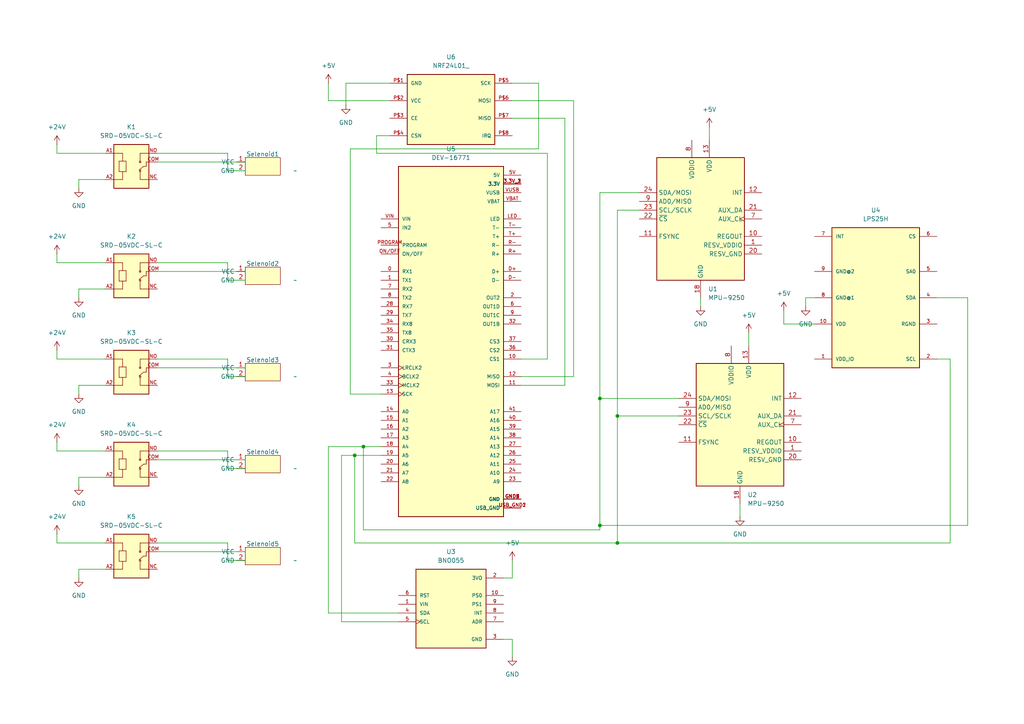
<source format=kicad_sch>
(kicad_sch (version 20231120) (generator "eeschema") (generator_version "8.0")
  (paper "A4")
  (lib_symbols
    (symbol "2472:2472" (pin_names (offset 1.016))
      (property "Reference" "U" (at -10.16 13.208 0))
      (property "Value" "2472" (at -10.16 -12.7 0))
      (symbol "2472_0_0"
        (rectangle (start -10.16 -10.16) (end 10.16 12.7) (stroke (width 0.254)) (fill (type background)))
        (pin input line (at -15.24 2.54 0) (length 5.08) (name "VIN") (number "1"))
        (pin bidirectional line (at 15.24 5.08 180) (length 5.08) (name "PS0") (number "10"))
        (pin power_in line (at 15.24 10.16 180) (length 5.08) (name "3VO") (number "2"))
        (pin power_in line (at 15.24 -7.62 180) (length 5.08) (name "GND") (number "3"))
        (pin bidirectional line (at -15.24 0 0) (length 5.08) (name "SDA") (number "4"))
        (pin input clock (at -15.24 -2.54 0) (length 5.08) (name "SCL") (number "5"))
        (pin input line (at -15.24 5.08 0) (length 5.08) (name "RST") (number "6"))
        (pin passive line (at 15.24 -2.54 180) (length 5.08) (name "ADR") (number "7"))
        (pin output line (at 15.24 0 180) (length 5.08) (name "INT") (number "8"))
        (pin bidirectional line (at 15.24 2.54 180) (length 5.08) (name "PS1") (number "9"))
      )
    )
    (symbol "DEV-16771:DEV-16771" (pin_names (offset 1.016))
      (property "Reference" "U" (at -15.24 52.07 0))
      (property "Value" "DEV-16771" (at -15.24 -53.34 0))
      (symbol "DEV-16771_0_0"
        (rectangle (start -15.24 -50.8) (end 15.24 50.8) (stroke (width 0.254)) (fill (type background)))
        (pin bidirectional line (at -20.32 20.32 0) (length 5.08) (name "RX1") (number "0"))
        (pin bidirectional line (at -20.32 17.78 0) (length 5.08) (name "TX1") (number "1"))
        (pin bidirectional line (at 20.32 -5.08 180) (length 5.08) (name "CS1") (number "10"))
        (pin bidirectional line (at 20.32 -12.7 180) (length 5.08) (name "MOSI") (number "11"))
        (pin bidirectional line (at 20.32 -10.16 180) (length 5.08) (name "MISO") (number "12"))
        (pin bidirectional clock (at -20.32 -15.24 0) (length 5.08) (name "SCK") (number "13"))
        (pin bidirectional line (at -20.32 -20.32 0) (length 5.08) (name "A0") (number "14"))
        (pin bidirectional line (at -20.32 -22.86 0) (length 5.08) (name "A1") (number "15"))
        (pin bidirectional line (at -20.32 -25.4 0) (length 5.08) (name "A2") (number "16"))
        (pin bidirectional line (at -20.32 -27.94 0) (length 5.08) (name "A3") (number "17"))
        (pin bidirectional line (at -20.32 -30.48 0) (length 5.08) (name "A4") (number "18"))
        (pin bidirectional line (at -20.32 -33.02 0) (length 5.08) (name "A5") (number "19"))
        (pin output line (at 20.32 12.7 180) (length 5.08) (name "OUT2") (number "2"))
        (pin bidirectional line (at -20.32 -35.56 0) (length 5.08) (name "A6") (number "20"))
        (pin bidirectional line (at -20.32 -38.1 0) (length 5.08) (name "A7") (number "21"))
        (pin bidirectional line (at -20.32 -40.64 0) (length 5.08) (name "A8") (number "22"))
        (pin bidirectional line (at 20.32 -40.64 180) (length 5.08) (name "A9") (number "23"))
        (pin bidirectional line (at 20.32 -38.1 180) (length 5.08) (name "A10") (number "24"))
        (pin bidirectional line (at 20.32 -35.56 180) (length 5.08) (name "A11") (number "25"))
        (pin bidirectional line (at 20.32 -33.02 180) (length 5.08) (name "A12") (number "26"))
        (pin bidirectional line (at 20.32 -30.48 180) (length 5.08) (name "A13") (number "27"))
        (pin bidirectional line (at -20.32 10.16 0) (length 5.08) (name "RX7") (number "28"))
        (pin bidirectional line (at -20.32 7.62 0) (length 5.08) (name "TX7") (number "29"))
        (pin bidirectional clock (at -20.32 -7.62 0) (length 5.08) (name "LRCLK2") (number "3"))
        (pin power_in line (at 20.32 45.72 180) (length 5.08) (name "3.3V") (number "3.3V_1"))
        (pin power_in line (at 20.32 45.72 180) (length 5.08) (name "3.3V") (number "3.3V_2"))
        (pin power_in line (at 20.32 45.72 180) (length 5.08) (name "3.3V") (number "3.3V_3"))
        (pin bidirectional line (at -20.32 0 0) (length 5.08) (name "CRX3") (number "30"))
        (pin bidirectional line (at -20.32 -2.54 0) (length 5.08) (name "CTX3") (number "31"))
        (pin output line (at 20.32 5.08 180) (length 5.08) (name "OUT1B") (number "32"))
        (pin bidirectional clock (at -20.32 -12.7 0) (length 5.08) (name "MCLK2") (number "33"))
        (pin bidirectional line (at -20.32 5.08 0) (length 5.08) (name "RX8") (number "34"))
        (pin bidirectional line (at -20.32 2.54 0) (length 5.08) (name "TX8") (number "35"))
        (pin bidirectional line (at 20.32 -2.54 180) (length 5.08) (name "CS2") (number "36"))
        (pin bidirectional line (at 20.32 0 180) (length 5.08) (name "CS3") (number "37"))
        (pin bidirectional line (at 20.32 -27.94 180) (length 5.08) (name "A14") (number "38"))
        (pin bidirectional line (at 20.32 -25.4 180) (length 5.08) (name "A15") (number "39"))
        (pin bidirectional clock (at -20.32 -10.16 0) (length 5.08) (name "BCLK2") (number "4"))
        (pin bidirectional line (at 20.32 -22.86 180) (length 5.08) (name "A16") (number "40"))
        (pin bidirectional line (at 20.32 -20.32 180) (length 5.08) (name "A17") (number "41"))
        (pin bidirectional line (at -20.32 33.02 0) (length 5.08) (name "IN2") (number "5"))
        (pin power_in line (at 20.32 48.26 180) (length 5.08) (name "5V") (number "5V"))
        (pin output line (at 20.32 10.16 180) (length 5.08) (name "OUT1D") (number "6"))
        (pin bidirectional line (at -20.32 15.24 0) (length 5.08) (name "RX2") (number "7"))
        (pin bidirectional line (at -20.32 12.7 0) (length 5.08) (name "TX2") (number "8"))
        (pin output line (at 20.32 7.62 180) (length 5.08) (name "OUT1C") (number "9"))
        (pin bidirectional line (at 20.32 20.32 180) (length 5.08) (name "D+") (number "D+"))
        (pin bidirectional line (at 20.32 17.78 180) (length 5.08) (name "D-") (number "D-"))
        (pin power_in line (at 20.32 -45.72 180) (length 5.08) (name "GND") (number "GND1"))
        (pin power_in line (at 20.32 -45.72 180) (length 5.08) (name "GND") (number "GND2"))
        (pin power_in line (at 20.32 -45.72 180) (length 5.08) (name "GND") (number "GND3"))
        (pin power_in line (at 20.32 -45.72 180) (length 5.08) (name "GND") (number "GND4"))
        (pin power_in line (at 20.32 -45.72 180) (length 5.08) (name "GND") (number "GND5"))
        (pin bidirectional line (at 20.32 35.56 180) (length 5.08) (name "LED") (number "LED"))
        (pin bidirectional line (at -20.32 25.4 0) (length 5.08) (name "ON/OFF") (number "ON/OFF"))
        (pin bidirectional line (at -20.32 27.94 0) (length 5.08) (name "PROGRAM") (number "PROGRAM"))
        (pin bidirectional line (at 20.32 25.4 180) (length 5.08) (name "R+") (number "R+"))
        (pin bidirectional line (at 20.32 27.94 180) (length 5.08) (name "R-") (number "R-"))
        (pin bidirectional line (at 20.32 30.48 180) (length 5.08) (name "T+") (number "T+"))
        (pin bidirectional line (at 20.32 33.02 180) (length 5.08) (name "T-") (number "T-"))
        (pin power_in line (at 20.32 -48.26 180) (length 5.08) (name "USB_GND") (number "USB_GND1"))
        (pin power_in line (at 20.32 -48.26 180) (length 5.08) (name "USB_GND") (number "USB_GND2"))
        (pin passive line (at 20.32 40.64 180) (length 5.08) (name "VBAT") (number "VBAT"))
        (pin input line (at -20.32 35.56 0) (length 5.08) (name "VIN") (number "VIN"))
        (pin passive line (at 20.32 43.18 180) (length 5.08) (name "VUSB") (number "VUSB"))
      )
    )
    (symbol "LPS25H:LPS25H" (pin_names (offset 1.016))
      (property "Reference" "U" (at -10.1782 25.4455 0))
      (property "Value" "LPS25H" (at 0 0 0))
      (symbol "LPS25H_0_0"
        (rectangle (start -10.16 -17.78) (end 15.24 22.86) (stroke (width 0.254)) (fill (type background)))
        (pin power_in line (at -15.24 -15.24 0) (length 5.08) (name "VDD_IO") (number "1"))
        (pin power_in line (at -15.24 -5.08 0) (length 5.08) (name "VDD") (number "10"))
        (pin bidirectional line (at 20.32 -15.24 180) (length 5.08) (name "SCL") (number "2"))
        (pin bidirectional line (at 20.32 -5.08 180) (length 5.08) (name "RGND") (number "3"))
        (pin bidirectional line (at 20.32 2.54 180) (length 5.08) (name "SDA") (number "4"))
        (pin bidirectional line (at 20.32 10.16 180) (length 5.08) (name "SA0") (number "5"))
        (pin bidirectional line (at 20.32 20.32 180) (length 5.08) (name "CS") (number "6"))
        (pin bidirectional line (at -15.24 20.32 0) (length 5.08) (name "INT") (number "7"))
        (pin power_in line (at -15.24 2.54 0) (length 5.08) (name "GND@1") (number "8"))
        (pin power_in line (at -15.24 10.16 0) (length 5.08) (name "GND@2") (number "9"))
      )
    )
    (symbol "NRF24L01_:NRF24L01_" (pin_names (offset 1.016))
      (property "Reference" "U" (at -12.7179 12.7179 0))
      (property "Value" "NRF24L01_" (at 0 0 0))
      (symbol "NRF24L01__0_0"
        (rectangle (start -12.7 -10.16) (end 12.7 10.16) (stroke (width 0.254)) (fill (type background)))
        (pin power_in line (at -17.78 7.62 0) (length 5.08) (name "GND") (number "P$1"))
        (pin power_in line (at -17.78 2.54 0) (length 5.08) (name "VCC") (number "P$2"))
        (pin bidirectional line (at -17.78 -2.54 0) (length 5.08) (name "CE") (number "P$3"))
        (pin bidirectional line (at -17.78 -7.62 0) (length 5.08) (name "CSN") (number "P$4"))
        (pin bidirectional line (at 17.78 7.62 180) (length 5.08) (name "SCK") (number "P$5"))
        (pin bidirectional line (at 17.78 2.54 180) (length 5.08) (name "MOSI") (number "P$6"))
        (pin bidirectional line (at 17.78 -2.54 180) (length 5.08) (name "MISO") (number "P$7"))
        (pin bidirectional line (at 17.78 -7.62 180) (length 5.08) (name "IRQ") (number "P$8"))
      )
    )
    (symbol "SRD-05VDC-SL-C:SRD-05VDC-SL-C" (pin_names (offset 1.016))
      (property "Reference" "K" (at -5.0809 5.843 0))
      (property "Value" "SRD-05VDC-SL-C" (at -5.0832 -10.1664 0))
      (symbol "SRD-05VDC-SL-C_0_0"
        (rectangle (start -5.08 -7.62) (end 5.08 5.08) (stroke (width 0.254)) (fill (type background)))
        (polyline (pts (xy -5.08 2.54) (xy -2.54 2.54)) (stroke (width 0.1524)))
        (polyline (pts (xy -3.556 -2.794) (xy -2.54 -2.794)) (stroke (width 0.1524)))
        (polyline (pts (xy -3.556 0.254) (xy -3.556 -2.794)) (stroke (width 0.1524)))
        (polyline (pts (xy -2.54 -5.08) (xy -5.08 -5.08)) (stroke (width 0.1524)))
        (polyline (pts (xy -2.54 -2.794) (xy -2.54 -5.08)) (stroke (width 0.1524)))
        (polyline (pts (xy -2.54 -2.794) (xy -1.524 -2.794)) (stroke (width 0.1524)))
        (polyline (pts (xy -2.54 0.254) (xy -3.556 0.254)) (stroke (width 0.1524)))
        (polyline (pts (xy -2.54 2.54) (xy -2.54 0.254)) (stroke (width 0.1524)))
        (polyline (pts (xy -1.524 -2.794) (xy -1.524 0.254)) (stroke (width 0.1524)))
        (polyline (pts (xy -1.524 0.254) (xy -2.54 0.254)) (stroke (width 0.1524)))
        (polyline (pts (xy 2.54 -5.08) (xy 5.08 -5.08)) (stroke (width 0.1524)))
        (polyline (pts (xy 2.54 -2.54) (xy 2.54 -5.08)) (stroke (width 0.1524)))
        (polyline (pts (xy 2.54 2.54) (xy 2.54 0)) (stroke (width 0.1524)))
        (polyline (pts (xy 3.556 -1.27) (xy 2.286 -2.286)) (stroke (width 0.1524)))
        (polyline (pts (xy 3.556 -1.27) (xy 4.318 -1.27)) (stroke (width 0.1524)))
        (polyline (pts (xy 4.318 -1.27) (xy 4.318 0)) (stroke (width 0.1524)))
        (polyline (pts (xy 4.318 0) (xy 5.08 0)) (stroke (width 0.1524)))
        (polyline (pts (xy 5.08 2.54) (xy 2.54 2.54)) (stroke (width 0.1524)))
        (circle (center 2.54 -2.54) (radius 0.254) (stroke (width 0.1524)))
        (circle (center 2.54 0) (radius 0.254) (stroke (width 0.1524)))
        (pin passive line (at -7.62 2.54 0) (length 2.54) (name "~") (number "A1"))
        (pin passive line (at -7.62 -5.08 0) (length 2.54) (name "~") (number "A2"))
        (pin passive line (at 7.62 0 180) (length 2.54) (name "~") (number "COM"))
        (pin passive line (at 7.62 -5.08 180) (length 2.54) (name "~") (number "NC"))
        (pin passive line (at 7.62 2.54 180) (length 2.54) (name "~") (number "NO"))
      )
    )
    (symbol "SV_1"
      (property "Reference" "Selenoid1" (at 0 3.556 0))
      (symbol "SV_1_0_1"
        (polyline (pts (xy 2.54 1.27) (xy 2.54 1.27)))
      )
      (symbol "SV_1_1_1"
        (rectangle (start -5.08 2.54) (end 5.08 -2.54) (fill (type color) (color 255 255 194 1)))
        (pin power_in line (at -5.08 1.27 180) (length 2.54) (name "VCC") (number "1"))
        (pin power_out line (at -5.08 -1.27 180) (length 2.54) (name "GND") (number "2"))
      )
    )
    (symbol "Sensor_Motion:MPU-9250"
      (property "Reference" "U" (at -11.43 19.05 0))
      (property "Value" "MPU-9250" (at 7.62 -19.05 0))
      (symbol "MPU-9250_0_1"
        (rectangle (start -12.7 17.78) (end 12.7 -17.78) (stroke (width 0.254)) (fill (type background)))
      )
      (symbol "MPU-9250_1_1"
        (pin input line (at 17.78 -7.62 180) (length 5.08) (name "RESV_VDDIO") (number "1"))
        (pin passive line (at 17.78 -5.08 180) (length 5.08) (name "REGOUT") (number "10"))
        (pin input line (at -17.78 -5.08 0) (length 5.08) (name "FSYNC") (number "11"))
        (pin output line (at 17.78 7.62 180) (length 5.08) (name "INT") (number "12"))
        (pin power_in line (at 2.54 22.86 270) (length 5.08) (name "VDD") (number "13"))
        (pin power_in line (at 0 -22.86 90) (length 5.08) (name "GND") (number "18"))
        (pin power_in line (at 17.78 -10.16 180) (length 5.08) (name "RESV_GND") (number "20"))
        (pin bidirectional line (at 17.78 2.54 180) (length 5.08) (name "AUX_DA") (number "21"))
        (pin input line (at -17.78 0 0) (length 5.08) (name "~{CS}") (number "22"))
        (pin input line (at -17.78 2.54 0) (length 5.08) (name "SCL/SCLK") (number "23"))
        (pin bidirectional line (at -17.78 7.62 0) (length 5.08) (name "SDA/MOSI") (number "24"))
        (pin output clock (at 17.78 0 180) (length 5.08) (name "AUX_CL") (number "7"))
        (pin power_in line (at -2.54 22.86 270) (length 5.08) (name "VDDIO") (number "8"))
        (pin bidirectional line (at -17.78 5.08 0) (length 5.08) (name "AD0/MISO") (number "9"))
      )
    )
    (symbol "power:+5V" (power) (pin_numbers hide) (pin_names (offset 0) hide)
      (property "Value" "+5V" (at 0 3.556 0))
      (symbol "+5V_0_1"
        (polyline (pts (xy -0.762 1.27) (xy 0 2.54)))
        (polyline (pts (xy 0 0) (xy 0 2.54)))
        (polyline (pts (xy 0 2.54) (xy 0.762 1.27)))
      )
      (symbol "+5V_1_1"
        (pin power_in line (at 0 0 90) (length 0) (name "~") (number "1"))
      )
    )
    (symbol "power:GND" (power) (pin_numbers hide) (pin_names (offset 0) hide)
      (property "Value" "GND" (at 0 -3.81 0))
      (symbol "GND_0_1"
        (polyline (pts (xy 0 0) (xy 0 -1.27) (xy 1.27 -1.27) (xy 0 -2.54) (xy -1.27 -1.27) (xy 0 -1.27)))
      )
      (symbol "GND_1_1"
        (pin power_in line (at 0 0 270) (length 0) (name "~") (number "1"))
      )
    )
  )
  (junction (at 179.07 157.48))
  (junction (at 102.87 132.08))
  (junction (at 173.99 115.57))
  (junction (at 173.99 152.4))
  (junction (at 105.41 129.54))
  (junction (at 179.07 120.65))
  (wire (pts (xy 151.13 111.76) (xy 163.83 111.76)))
  (wire (pts (xy 166.37 109.22) (xy 166.37 29.21)))
  (wire (pts (xy 275.59 104.14) (xy 275.59 157.48)))
  (wire (pts (xy 22.86 111.76) (xy 22.86 114.3)))
  (wire (pts (xy 102.87 132.08) (xy 102.87 157.48)))
  (wire (pts (xy 156.21 43.18) (xy 156.21 24.13)))
  (wire (pts (xy 280.67 152.4) (xy 173.99 152.4)))
  (wire (pts (xy 45.72 44.45) (xy 66.04 44.45)))
  (wire (pts (xy 179.07 120.65) (xy 179.07 157.48)))
  (wire (pts (xy 173.99 153.67) (xy 105.41 153.67)))
  (wire (pts (xy 16.51 157.48) (xy 16.51 154.94)))
  (wire (pts (xy 196.85 120.65) (xy 179.07 120.65)))
  (wire (pts (xy 280.67 86.36) (xy 280.67 152.4)))
  (wire (pts (xy 233.68 86.36) (xy 233.68 88.9)))
  (wire (pts (xy 30.48 52.07) (xy 22.86 52.07)))
  (wire (pts (xy 163.83 111.76) (xy 163.83 34.29)))
  (wire (pts (xy 217.17 96.52) (xy 217.17 100.33)))
  (wire (pts (xy 102.87 132.08) (xy 110.49 132.08)))
  (wire (pts (xy 101.6 114.3) (xy 101.6 43.18)))
  (wire (pts (xy 271.78 86.36) (xy 280.67 86.36)))
  (wire (pts (xy 66.04 135.89) (xy 71.12 135.89)))
  (wire (pts (xy 66.04 162.56) (xy 71.12 162.56)))
  (wire (pts (xy 45.72 130.81) (xy 66.04 130.81)))
  (wire (pts (xy 66.04 130.81) (xy 66.04 135.89)))
  (wire (pts (xy 227.33 93.98) (xy 227.33 90.17)))
  (wire (pts (xy 173.99 115.57) (xy 196.85 115.57)))
  (wire (pts (xy 45.72 160.02) (xy 71.12 160.02)))
  (wire (pts (xy 110.49 114.3) (xy 101.6 114.3)))
  (wire (pts (xy 275.59 157.48) (xy 179.07 157.48)))
  (wire (pts (xy 66.04 76.2) (xy 66.04 81.28)))
  (wire (pts (xy 30.48 104.14) (xy 16.51 104.14)))
  (wire (pts (xy 66.04 157.48) (xy 66.04 162.56)))
  (wire (pts (xy 100.33 24.13) (xy 100.33 30.48)))
  (wire (pts (xy 66.04 109.22) (xy 71.12 109.22)))
  (wire (pts (xy 113.03 39.37) (xy 109.22 39.37)))
  (wire (pts (xy 173.99 55.88) (xy 173.99 115.57)))
  (wire (pts (xy 30.48 111.76) (xy 22.86 111.76)))
  (wire (pts (xy 113.03 29.21) (xy 95.25 29.21)))
  (wire (pts (xy 173.99 152.4) (xy 173.99 153.67)))
  (wire (pts (xy 236.22 93.98) (xy 227.33 93.98)))
  (wire (pts (xy 95.25 177.8) (xy 95.25 129.54)))
  (wire (pts (xy 148.59 29.21) (xy 166.37 29.21)))
  (wire (pts (xy 95.25 129.54) (xy 105.41 129.54)))
  (wire (pts (xy 22.86 138.43) (xy 22.86 140.97)))
  (wire (pts (xy 45.72 157.48) (xy 66.04 157.48)))
  (wire (pts (xy 30.48 165.1) (xy 22.86 165.1)))
  (wire (pts (xy 30.48 130.81) (xy 16.51 130.81)))
  (wire (pts (xy 45.72 76.2) (xy 66.04 76.2)))
  (wire (pts (xy 146.05 167.64) (xy 148.59 167.64)))
  (wire (pts (xy 45.72 78.74) (xy 71.12 78.74)))
  (wire (pts (xy 203.2 86.36) (xy 203.2 88.9)))
  (wire (pts (xy 156.21 24.13) (xy 148.59 24.13)))
  (wire (pts (xy 151.13 109.22) (xy 166.37 109.22)))
  (wire (pts (xy 148.59 167.64) (xy 148.59 162.56)))
  (wire (pts (xy 66.04 44.45) (xy 66.04 49.53)))
  (wire (pts (xy 185.42 60.96) (xy 179.07 60.96)))
  (wire (pts (xy 99.06 180.34) (xy 99.06 132.08)))
  (wire (pts (xy 173.99 115.57) (xy 173.99 152.4)))
  (wire (pts (xy 179.07 157.48) (xy 102.87 157.48)))
  (wire (pts (xy 30.48 76.2) (xy 16.51 76.2)))
  (wire (pts (xy 113.03 24.13) (xy 100.33 24.13)))
  (wire (pts (xy 99.06 132.08) (xy 102.87 132.08)))
  (wire (pts (xy 158.75 44.45) (xy 158.75 104.14)))
  (wire (pts (xy 205.74 36.83) (xy 205.74 40.64)))
  (wire (pts (xy 66.04 49.53) (xy 71.12 49.53)))
  (wire (pts (xy 22.86 165.1) (xy 22.86 167.64)))
  (wire (pts (xy 16.51 104.14) (xy 16.51 101.6)))
  (wire (pts (xy 148.59 185.42) (xy 148.59 190.5)))
  (wire (pts (xy 146.05 185.42) (xy 148.59 185.42)))
  (wire (pts (xy 30.48 138.43) (xy 22.86 138.43)))
  (wire (pts (xy 105.41 153.67) (xy 105.41 129.54)))
  (wire (pts (xy 271.78 104.14) (xy 275.59 104.14)))
  (wire (pts (xy 45.72 106.68) (xy 71.12 106.68)))
  (wire (pts (xy 115.57 177.8) (xy 95.25 177.8)))
  (wire (pts (xy 30.48 157.48) (xy 16.51 157.48)))
  (wire (pts (xy 214.63 146.05) (xy 214.63 149.86)))
  (wire (pts (xy 22.86 52.07) (xy 22.86 54.61)))
  (wire (pts (xy 158.75 104.14) (xy 151.13 104.14)))
  (wire (pts (xy 45.72 133.35) (xy 71.12 133.35)))
  (wire (pts (xy 16.51 76.2) (xy 16.51 73.66)))
  (wire (pts (xy 101.6 43.18) (xy 156.21 43.18)))
  (wire (pts (xy 163.83 34.29) (xy 148.59 34.29)))
  (wire (pts (xy 95.25 29.21) (xy 95.25 24.13)))
  (wire (pts (xy 185.42 55.88) (xy 173.99 55.88)))
  (wire (pts (xy 236.22 86.36) (xy 233.68 86.36)))
  (wire (pts (xy 105.41 129.54) (xy 110.49 129.54)))
  (wire (pts (xy 16.51 130.81) (xy 16.51 128.27)))
  (wire (pts (xy 115.57 180.34) (xy 99.06 180.34)))
  (wire (pts (xy 109.22 39.37) (xy 109.22 44.45)))
  (wire (pts (xy 45.72 104.14) (xy 66.04 104.14)))
  (wire (pts (xy 30.48 44.45) (xy 16.51 44.45)))
  (wire (pts (xy 109.22 44.45) (xy 158.75 44.45)))
  (wire (pts (xy 66.04 104.14) (xy 66.04 109.22)))
  (wire (pts (xy 179.07 60.96) (xy 179.07 120.65)))
  (wire (pts (xy 16.51 44.45) (xy 16.51 41.91)))
  (wire (pts (xy 45.72 46.99) (xy 71.12 46.99)))
  (wire (pts (xy 66.04 81.28) (xy 71.12 81.28)))
  (wire (pts (xy 22.86 83.82) (xy 22.86 86.36)))
  (wire (pts (xy 30.48 83.82) (xy 22.86 83.82)))
  (symbol (lib_id "NRF24L01_:NRF24L01_") (at 130.81 31.75 0) (unit 1)
    (property "Reference" "U6" (at 130.81 16.51 0))
    (property "Value" "NRF24L01_" (at 130.81 19.05 0))
    (property "Footprint" "NRF24L01_:NRF24L01-PCB-AERIAL" (effects (hide yes)))
    (property "MF" "Nordic Semiconductor" (effects (hide yes)))
    (property "Description_1" "\nIC RF TxRx Only General ISM > 1GHz 2.4GHz 20-VFQFN Exposed Pad\n" (effects (hide yes)))
    (property "Package" "QFN-20 Nordic Semiconductor" (effects (hide yes)))
    (property "Price" "None" (effects (hide yes)))
    (property "SnapEDA_Link" "https://www.snapeda.com/parts/NRF24L01+/Nordic+Semiconductor+ASA/view-part/?ref=snap" (effects (hide yes)))
    (property "MP" "NRF24L01+" (effects (hide yes)))
    (property "Purchase-URL" "https://www.snapeda.com/api/url_track_click_mouser/?unipart_id=1023904&manufacturer=Nordic Semiconductor&part_name=NRF24L01+&search_term=nrf24l01" (effects (hide yes)))
    (property "Availability" "In Stock" (effects (hide yes)))
    (property "Check_prices" "https://www.snapeda.com/parts/NRF24L01+/Nordic+Semiconductor+ASA/view-part/?ref=eda" (effects (hide yes)))
  )
  (symbol (lib_id "power:+5V") (at 205.74 36.83 0) (unit 1)
    (property "Reference" "#PWR016" (effects (hide yes)))
    (property "Value" "+5V" (at 205.74 31.75 0))
    (property "Description" "Power symbol creates a global label with name \"+5V\"" (effects (hide yes)))
  )
  (symbol (lib_id "Sensor_Motion:MPU-9250") (at 214.63 123.19 0) (unit 1)
    (property "Reference" "U2" (at 216.8241 143.51 0) (effects (justify left)))
    (property "Value" "MPU-9250" (at 216.8241 146.05 0) (effects (justify left)))
    (property "Footprint" "Sensor_Motion:InvenSense_QFN-24_3x3mm_P0.4mm" (effects (hide yes)))
    (property "Datasheet" "https://invensense.tdk.com/wp-content/uploads/2015/02/PS-MPU-9250A-01-v1.1.pdf" (effects (hide yes)))
    (property "Description" "InvenSense 9-Axis Motion Sensor, Accelerometer, Gyroscope, Compass, I2C/SPI" (effects (hide yes)))
  )
  (symbol (lib_name "SV_1") (lib_id "selenoid_valves:SV") (at 76.2 107.95 0) (unit 1)
    (property "Reference" "Selenoid3" (at 76.2 104.394 0))
    (property "Value" "~" (at 85.09 109.22 0) (effects (justify left)))
  )
  (symbol (lib_id "power:GND") (at 22.86 114.3 0) (unit 1)
    (property "Reference" "#PWR010" (effects (hide yes)))
    (property "Value" "GND" (at 22.86 119.38 0))
    (property "Description" "Power symbol creates a global label with name \"GND\" , ground" (effects (hide yes)))
  )
  (symbol (lib_id "power:GND") (at 22.86 86.36 0) (unit 1)
    (property "Reference" "#PWR08" (effects (hide yes)))
    (property "Value" "GND" (at 22.86 91.44 0))
    (property "Description" "Power symbol creates a global label with name \"GND\" , ground" (effects (hide yes)))
  )
  (symbol (lib_name "SV_1") (lib_id "selenoid_valves:SV") (at 76.2 134.62 0) (unit 1)
    (property "Reference" "Selenoid4" (at 76.2 131.064 0))
    (property "Value" "~" (at 85.09 135.89 0) (effects (justify left)))
  )
  (symbol (lib_name "SV_1") (lib_id "selenoid_valves:SV") (at 76.2 48.26 0) (unit 1)
    (property "Reference" "Selenoid1" (at 76.2 44.704 0))
    (property "Value" "~" (at 85.09 49.53 0) (effects (justify left)))
  )
  (symbol (lib_name "SV_1") (lib_id "selenoid_valves:SV") (at 76.2 161.29 0) (unit 1)
    (property "Reference" "Selenoid5" (at 76.2 157.734 0))
    (property "Value" "~" (at 85.09 162.56 0) (effects (justify left)))
  )
  (symbol (lib_id "SRD-05VDC-SL-C:SRD-05VDC-SL-C") (at 38.1 46.99 0) (unit 1)
    (property "Reference" "K1" (at 38.1 36.83 0))
    (property "Value" "SRD-05VDC-SL-C" (at 38.1 39.37 0))
    (property "Footprint" "SRD-05VDC-SL-C:RELAY_SRD-05VDC-SL-C" (effects (hide yes)))
    (property "MF" "Songle Relay" (effects (hide yes)))
    (property "Description_1" "\n5V Trigger Relay Module For Arduino And Raspberry Pi 5V Trigger Relay Module For Arduino And Raspberry Pi\n" (effects (hide yes)))
    (property "Package" "NON STANDARD-5 Songle Relay" (effects (hide yes)))
    (property "Price" "None" (effects (hide yes)))
    (property "Check_prices" "https://www.snapeda.com/parts/SRD-05VDC-SL-C/Songle+Relay/view-part/?ref=eda" (effects (hide yes)))
    (property "STANDARD" "IPC-7251" (effects (hide yes)))
    (property "SnapEDA_Link" "https://www.snapeda.com/parts/SRD-05VDC-SL-C/Songle+Relay/view-part/?ref=snap" (effects (hide yes)))
    (property "MP" "SRD-05VDC-SL-C" (effects (hide yes)))
    (property "Availability" "In Stock" (effects (hide yes)))
    (property "MANUFACTURER" "SONGLE RELAY" (effects (hide yes)))
  )
  (symbol (lib_id "power:GND") (at 100.33 30.48 0) (unit 1)
    (property "Reference" "#PWR04" (effects (hide yes)))
    (property "Value" "GND" (at 100.33 35.56 0))
    (property "Description" "Power symbol creates a global label with name \"GND\" , ground" (effects (hide yes)))
  )
  (symbol (lib_id "power:+5V") (at 148.59 162.56 0) (unit 1)
    (property "Reference" "#PWR02" (effects (hide yes)))
    (property "Value" "+5V" (at 148.59 157.48 0))
    (property "Description" "Power symbol creates a global label with name \"+5V\"" (effects (hide yes)))
  )
  (symbol (lib_name "SV_1") (lib_id "selenoid_valves:SV") (at 76.2 80.01 0) (unit 1)
    (property "Reference" "Selenoid2" (at 76.2 76.454 0))
    (property "Value" "~" (at 85.09 81.28 0) (effects (justify left)))
  )
  (symbol (lib_id "power:GND") (at 22.86 167.64 0) (unit 1)
    (property "Reference" "#PWR014" (effects (hide yes)))
    (property "Value" "GND" (at 22.86 172.72 0))
    (property "Description" "Power symbol creates a global label with name \"GND\" , ground" (effects (hide yes)))
  )
  (symbol (lib_id "DEV-16771:DEV-16771") (at 130.81 99.06 0) (unit 1)
    (property "Reference" "U5" (at 130.81 43.18 0))
    (property "Value" "DEV-16771" (at 130.81 45.72 0))
    (property "Footprint" "DEV-16771:MODULE_DEV-16771" (effects (hide yes)))
    (property "MF" "SparkFun Electronics" (effects (hide yes)))
    (property "MAXIMUM_PACKAGE_HEIGHT" "4.07mm" (effects (hide yes)))
    (property "Package" "None" (effects (hide yes)))
    (property "Price" "None" (effects (hide yes)))
    (property "Check_prices" "https://www.snapeda.com/parts/DEV-16771/SparkFun+Electronics/view-part/?ref=eda" (effects (hide yes)))
    (property "STANDARD" "Manufacturer recommendations" (effects (hide yes)))
    (property "PARTREV" "4.1" (effects (hide yes)))
    (property "SnapEDA_Link" "https://www.snapeda.com/parts/DEV-16771/SparkFun+Electronics/view-part/?ref=snap" (effects (hide yes)))
    (property "MP" "DEV-16771" (effects (hide yes)))
    (property "Purchase-URL" "https://www.snapeda.com/api/url_track_click_mouser/?unipart_id=4833875&manufacturer=SparkFun Electronics&part_name=DEV-16771&search_term=teensy 4.1" (effects (hide yes)))
    (property "Description_1" "\nRT1062 Teensy 4.1 series ARM® Cortex®-M7 MPU Embedded Evaluation Board\n" (effects (hide yes)))
    (property "Availability" "In Stock" (effects (hide yes)))
    (property "MANUFACTURER" "SparkFun Electronics" (effects (hide yes)))
  )
  (symbol (lib_id "power:GND") (at 203.2 88.9 0) (unit 1)
    (property "Reference" "#PWR018" (effects (hide yes)))
    (property "Value" "GND" (at 203.2 93.98 0))
    (property "Description" "Power symbol creates a global label with name \"GND\" , ground" (effects (hide yes)))
  )
  (symbol (lib_id "power:+5V") (at 16.51 128.27 0) (unit 1)
    (property "Reference" "#PWR011" (effects (hide yes)))
    (property "Value" "+24V" (at 16.51 123.19 0))
    (property "Description" "Power symbol creates a global label with name \"+5V\"" (effects (hide yes)))
  )
  (symbol (lib_id "SRD-05VDC-SL-C:SRD-05VDC-SL-C") (at 38.1 160.02 0) (unit 1)
    (property "Reference" "K5" (at 38.1 149.86 0))
    (property "Value" "SRD-05VDC-SL-C" (at 38.1 152.4 0))
    (property "Footprint" "SRD-05VDC-SL-C:RELAY_SRD-05VDC-SL-C" (effects (hide yes)))
    (property "MF" "Songle Relay" (effects (hide yes)))
    (property "Description_1" "\n5V Trigger Relay Module For Arduino And Raspberry Pi 5V Trigger Relay Module For Arduino And Raspberry Pi\n" (effects (hide yes)))
    (property "Package" "NON STANDARD-5 Songle Relay" (effects (hide yes)))
    (property "Price" "None" (effects (hide yes)))
    (property "Check_prices" "https://www.snapeda.com/parts/SRD-05VDC-SL-C/Songle+Relay/view-part/?ref=eda" (effects (hide yes)))
    (property "STANDARD" "IPC-7251" (effects (hide yes)))
    (property "SnapEDA_Link" "https://www.snapeda.com/parts/SRD-05VDC-SL-C/Songle+Relay/view-part/?ref=snap" (effects (hide yes)))
    (property "MP" "SRD-05VDC-SL-C" (effects (hide yes)))
    (property "Availability" "In Stock" (effects (hide yes)))
    (property "MANUFACTURER" "SONGLE RELAY" (effects (hide yes)))
  )
  (symbol (lib_id "power:GND") (at 22.86 140.97 0) (unit 1)
    (property "Reference" "#PWR012" (effects (hide yes)))
    (property "Value" "GND" (at 22.86 146.05 0))
    (property "Description" "Power symbol creates a global label with name \"GND\" , ground" (effects (hide yes)))
  )
  (symbol (lib_id "power:GND") (at 214.63 149.86 0) (unit 1)
    (property "Reference" "#PWR020" (effects (hide yes)))
    (property "Value" "GND" (at 214.63 154.94 0))
    (property "Description" "Power symbol creates a global label with name \"GND\" , ground" (effects (hide yes)))
  )
  (symbol (lib_id "power:+5V") (at 95.25 24.13 0) (unit 1)
    (property "Reference" "#PWR03" (effects (hide yes)))
    (property "Value" "+5V" (at 95.25 19.05 0))
    (property "Description" "Power symbol creates a global label with name \"+5V\"" (effects (hide yes)))
  )
  (symbol (lib_id "power:GND") (at 22.86 54.61 0) (unit 1)
    (property "Reference" "#PWR06" (effects (hide yes)))
    (property "Value" "GND" (at 22.86 59.69 0))
    (property "Description" "Power symbol creates a global label with name \"GND\" , ground" (effects (hide yes)))
  )
  (symbol (lib_id "Sensor_Motion:MPU-9250") (at 203.2 63.5 0) (unit 1)
    (property "Reference" "U1" (at 205.3941 83.82 0) (effects (justify left)))
    (property "Value" "MPU-9250" (at 205.3941 86.36 0) (effects (justify left)))
    (property "Footprint" "Sensor_Motion:InvenSense_QFN-24_3x3mm_P0.4mm" (effects (hide yes)))
    (property "Datasheet" "https://invensense.tdk.com/wp-content/uploads/2015/02/PS-MPU-9250A-01-v1.1.pdf" (effects (hide yes)))
    (property "Description" "InvenSense 9-Axis Motion Sensor, Accelerometer, Gyroscope, Compass, I2C/SPI" (effects (hide yes)))
  )
  (symbol (lib_id "2472:2472") (at 130.81 177.8 0) (unit 1)
    (property "Reference" "U3" (at 130.81 160.02 0))
    (property "Value" "BNO055" (at 130.81 162.56 0))
    (property "Footprint" "2472:MODULE_2472" (effects (hide yes)))
    (property "MF" "Adafruit" (effects (hide yes)))
    (property "Description_1" "\nAdafruit 9-DOF Absolute Orientation IMU Fusion Breakout - BNO055 | Adafruit Industries 2472\n" (effects (hide yes)))
    (property "Package" "Non-Standard Adafruit" (effects (hide yes)))
    (property "Price" "None" (effects (hide yes)))
    (property "Check_prices" "https://www.snapeda.com/parts/2472/Adafruit+Industries/view-part/?ref=eda" (effects (hide yes)))
    (property "STANDARD" "Manufacturer Recommendations" (effects (hide yes)))
    (property "PARTREV" "N/A" (effects (hide yes)))
    (property "SnapEDA_Link" "https://www.snapeda.com/parts/2472/Adafruit+Industries/view-part/?ref=snap" (effects (hide yes)))
    (property "MP" "2472" (effects (hide yes)))
    (property "Purchase-URL" "https://www.snapeda.com/api/url_track_click_mouser/?unipart_id=6348449&manufacturer=Adafruit&part_name=2472&search_term=bno055" (effects (hide yes)))
    (property "Availability" "In Stock" (effects (hide yes)))
    (property "MANUFACTURER" "Adafruit Industries" (effects (hide yes)))
  )
  (symbol (lib_id "SRD-05VDC-SL-C:SRD-05VDC-SL-C") (at 38.1 78.74 0) (unit 1)
    (property "Reference" "K2" (at 38.1 68.58 0))
    (property "Value" "SRD-05VDC-SL-C" (at 38.1 71.12 0))
    (property "Footprint" "SRD-05VDC-SL-C:RELAY_SRD-05VDC-SL-C" (effects (hide yes)))
    (property "MF" "Songle Relay" (effects (hide yes)))
    (property "Description_1" "\n5V Trigger Relay Module For Arduino And Raspberry Pi 5V Trigger Relay Module For Arduino And Raspberry Pi\n" (effects (hide yes)))
    (property "Package" "NON STANDARD-5 Songle Relay" (effects (hide yes)))
    (property "Price" "None" (effects (hide yes)))
    (property "Check_prices" "https://www.snapeda.com/parts/SRD-05VDC-SL-C/Songle+Relay/view-part/?ref=eda" (effects (hide yes)))
    (property "STANDARD" "IPC-7251" (effects (hide yes)))
    (property "SnapEDA_Link" "https://www.snapeda.com/parts/SRD-05VDC-SL-C/Songle+Relay/view-part/?ref=snap" (effects (hide yes)))
    (property "MP" "SRD-05VDC-SL-C" (effects (hide yes)))
    (property "Availability" "In Stock" (effects (hide yes)))
    (property "MANUFACTURER" "SONGLE RELAY" (effects (hide yes)))
  )
  (symbol (lib_id "power:+5V") (at 16.51 41.91 0) (unit 1)
    (property "Reference" "#PWR05" (effects (hide yes)))
    (property "Value" "+24V" (at 16.51 36.83 0))
    (property "Description" "Power symbol creates a global label with name \"+5V\"" (effects (hide yes)))
  )
  (symbol (lib_id "power:+5V") (at 16.51 154.94 0) (unit 1)
    (property "Reference" "#PWR013" (effects (hide yes)))
    (property "Value" "+24V" (at 16.51 149.86 0))
    (property "Description" "Power symbol creates a global label with name \"+5V\"" (effects (hide yes)))
  )
  (symbol (lib_id "power:GND") (at 233.68 88.9 0) (unit 1)
    (property "Reference" "#PWR019" (effects (hide yes)))
    (property "Value" "GND" (at 233.68 93.98 0))
    (property "Description" "Power symbol creates a global label with name \"GND\" , ground" (effects (hide yes)))
  )
  (symbol (lib_id "power:+5V") (at 217.17 96.52 0) (unit 1)
    (property "Reference" "#PWR017" (effects (hide yes)))
    (property "Value" "+5V" (at 217.17 91.44 0))
    (property "Description" "Power symbol creates a global label with name \"+5V\"" (effects (hide yes)))
  )
  (symbol (lib_id "LPS25H:LPS25H") (at 251.46 88.9 0) (unit 1)
    (property "Reference" "U4" (at 254 60.96 0))
    (property "Value" "LPS25H" (at 254 63.5 0))
    (property "Footprint" "LPS25H:LPS25H" (effects (hide yes)))
    (property "MF" "STMicroelectronics" (effects (hide yes)))
    (property "Description_1" "\nPressure Sensor 3.77PSI ~ 18.27PSI (26kPa ~ 126kPa) Absolute - 24 b 10-VFLGA\n" (effects (hide yes)))
    (property "Package" "VFLGA-10 STMicroelectronics" (effects (hide yes)))
    (property "Price" "None" (effects (hide yes)))
    (property "SnapEDA_Link" "https://www.snapeda.com/parts/LPS25H/STMicroelectronics/view-part/?ref=snap" (effects (hide yes)))
    (property "MP" "LPS25H" (effects (hide yes)))
    (property "Purchase-URL" "https://www.snapeda.com/api/url_track_click_mouser/?unipart_id=228665&manufacturer=STMicroelectronics&part_name=LPS25H&search_term=lps25h" (effects (hide yes)))
    (property "DIGIKEY" "497-15070-1-ND" (effects (hide yes)))
    (property "Availability" "Not in stock" (effects (hide yes)))
    (property "Check_prices" "https://www.snapeda.com/parts/LPS25H/STMicroelectronics/view-part/?ref=eda" (effects (hide yes)))
  )
  (symbol (lib_id "SRD-05VDC-SL-C:SRD-05VDC-SL-C") (at 38.1 106.68 0) (unit 1)
    (property "Reference" "K3" (at 38.1 96.52 0))
    (property "Value" "SRD-05VDC-SL-C" (at 38.1 99.06 0))
    (property "Footprint" "SRD-05VDC-SL-C:RELAY_SRD-05VDC-SL-C" (effects (hide yes)))
    (property "MF" "Songle Relay" (effects (hide yes)))
    (property "Description_1" "\n5V Trigger Relay Module For Arduino And Raspberry Pi 5V Trigger Relay Module For Arduino And Raspberry Pi\n" (effects (hide yes)))
    (property "Package" "NON STANDARD-5 Songle Relay" (effects (hide yes)))
    (property "Price" "None" (effects (hide yes)))
    (property "Check_prices" "https://www.snapeda.com/parts/SRD-05VDC-SL-C/Songle+Relay/view-part/?ref=eda" (effects (hide yes)))
    (property "STANDARD" "IPC-7251" (effects (hide yes)))
    (property "SnapEDA_Link" "https://www.snapeda.com/parts/SRD-05VDC-SL-C/Songle+Relay/view-part/?ref=snap" (effects (hide yes)))
    (property "MP" "SRD-05VDC-SL-C" (effects (hide yes)))
    (property "Availability" "In Stock" (effects (hide yes)))
    (property "MANUFACTURER" "SONGLE RELAY" (effects (hide yes)))
  )
  (symbol (lib_id "SRD-05VDC-SL-C:SRD-05VDC-SL-C") (at 38.1 133.35 0) (unit 1)
    (property "Reference" "K4" (at 38.1 123.19 0))
    (property "Value" "SRD-05VDC-SL-C" (at 38.1 125.73 0))
    (property "Footprint" "SRD-05VDC-SL-C:RELAY_SRD-05VDC-SL-C" (effects (hide yes)))
    (property "MF" "Songle Relay" (effects (hide yes)))
    (property "Description_1" "\n5V Trigger Relay Module For Arduino And Raspberry Pi 5V Trigger Relay Module For Arduino And Raspberry Pi\n" (effects (hide yes)))
    (property "Package" "NON STANDARD-5 Songle Relay" (effects (hide yes)))
    (property "Price" "None" (effects (hide yes)))
    (property "Check_prices" "https://www.snapeda.com/parts/SRD-05VDC-SL-C/Songle+Relay/view-part/?ref=eda" (effects (hide yes)))
    (property "STANDARD" "IPC-7251" (effects (hide yes)))
    (property "SnapEDA_Link" "https://www.snapeda.com/parts/SRD-05VDC-SL-C/Songle+Relay/view-part/?ref=snap" (effects (hide yes)))
    (property "MP" "SRD-05VDC-SL-C" (effects (hide yes)))
    (property "Availability" "In Stock" (effects (hide yes)))
    (property "MANUFACTURER" "SONGLE RELAY" (effects (hide yes)))
  )
  (symbol (lib_id "power:+5V") (at 227.33 90.17 0) (unit 1)
    (property "Reference" "#PWR015" (effects (hide yes)))
    (property "Value" "+5V" (at 227.33 85.09 0))
    (property "Description" "Power symbol creates a global label with name \"+5V\"" (effects (hide yes)))
  )
  (symbol (lib_id "power:+5V") (at 16.51 73.66 0) (unit 1)
    (property "Reference" "#PWR07" (effects (hide yes)))
    (property "Value" "+24V" (at 16.51 68.58 0))
    (property "Description" "Power symbol creates a global label with name \"+5V\"" (effects (hide yes)))
  )
  (symbol (lib_id "power:+5V") (at 16.51 101.6 0) (unit 1)
    (property "Reference" "#PWR09" (effects (hide yes)))
    (property "Value" "+24V" (at 16.51 96.52 0))
    (property "Description" "Power symbol creates a global label with name \"+5V\"" (effects (hide yes)))
  )
  (symbol (lib_id "power:GND") (at 148.59 190.5 0) (unit 1)
    (property "Reference" "#PWR01" (effects (hide yes)))
    (property "Value" "GND" (at 148.59 195.58 0))
    (property "Description" "Power symbol creates a global label with name \"GND\" , ground" (effects (hide yes)))
  )
)
</source>
